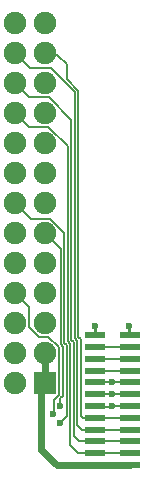
<source format=gbl>
G04*
G04 #@! TF.GenerationSoftware,Altium Limited,Altium Designer,20.2.7 (254)*
G04*
G04 Layer_Physical_Order=2*
G04 Layer_Color=16711680*
%FSLAX44Y44*%
%MOMM*%
G71*
G04*
G04 #@! TF.SameCoordinates,A9EDBE35-11DE-427E-9D3E-92A449E16AAC*
G04*
G04*
G04 #@! TF.FilePolarity,Positive*
G04*
G01*
G75*
%ADD10C,0.1500*%
%ADD11C,0.2000*%
%ADD18C,0.2500*%
%ADD19C,1.9000*%
%ADD20R,1.9000X1.9000*%
%ADD21C,0.6000*%
%ADD22R,1.8000X0.6000*%
%ADD23C,0.6000*%
D10*
X80250Y121000D02*
X109750D01*
X80250Y131000D02*
X109750D01*
X80250Y141000D02*
X109750D01*
X89250Y111000D02*
X89273Y110977D01*
X109727D02*
X109750Y111000D01*
X75250Y91000D02*
X84250D01*
X80250Y111000D02*
X89250D01*
X95102Y110977D02*
X109727D01*
X89273D02*
X95102D01*
X84250Y91000D02*
X84804Y90446D01*
X95196D02*
X95750Y91000D01*
X84804Y90446D02*
X95196D01*
X95750Y91000D02*
X104750D01*
X68250Y82750D02*
X69879Y81121D01*
X68250Y82750D02*
Y147523D01*
X65250Y74750D02*
X69000Y71000D01*
X65250Y74750D02*
Y146280D01*
X43000Y377000D02*
X63250Y356750D01*
Y148280D02*
X65250Y146280D01*
X63250Y148280D02*
Y356750D01*
X41133Y352384D02*
X60250Y333267D01*
X40858Y327259D02*
X57250Y310867D01*
Y145795D02*
Y310867D01*
Y145795D02*
X59250Y143795D01*
Y87583D02*
Y143795D01*
X59250Y87583D02*
X59250Y87583D01*
X59250Y57750D02*
Y87583D01*
Y57750D02*
X66000Y51000D01*
X75250D01*
X69879Y81121D02*
X75129D01*
X75250Y81000D01*
X69000Y71000D02*
X75250D01*
X60250Y147037D02*
Y333267D01*
Y147037D02*
X62250Y145037D01*
Y86340D02*
Y145037D01*
X62250Y86340D02*
X62250Y86340D01*
X62250Y65750D02*
Y86340D01*
Y65750D02*
X67000Y61000D01*
X75250D01*
X24241Y327259D02*
X40858D01*
X12300Y339200D02*
X24241Y327259D01*
X24516Y352384D02*
X41133D01*
X12300Y364600D02*
X24516Y352384D01*
X42567Y249350D02*
X54250Y237667D01*
Y144552D02*
Y237667D01*
X66250Y149523D02*
Y357993D01*
X54250Y144552D02*
X56250Y142552D01*
Y82250D02*
Y142552D01*
X25300Y377000D02*
X43000D01*
X12300Y390000D02*
X25300Y377000D01*
X40762Y149555D02*
X49450Y140867D01*
X32928Y149555D02*
X40762D01*
X24241Y158242D02*
X32928Y149555D01*
X51250Y143309D02*
Y224050D01*
Y143309D02*
X53250Y141310D01*
X66250Y149523D02*
X68250Y147523D01*
X56250Y367993D02*
X66250Y357993D01*
X56250Y367993D02*
Y380750D01*
X48571Y388429D02*
X56250Y380750D01*
X39271Y388429D02*
X48571D01*
X37700Y390000D02*
X39271Y388429D01*
X51000Y77000D02*
X56250Y82250D01*
X51000Y97475D02*
X53250Y99725D01*
Y141310D01*
X45200Y95918D02*
X49450Y100168D01*
Y140867D01*
X51000Y77000D02*
Y77000D01*
Y91000D02*
Y97475D01*
X12300Y186800D02*
X24241Y174859D01*
Y158242D02*
Y174859D01*
X45200Y83686D02*
Y95918D01*
X37700Y237600D02*
X51250Y224050D01*
X12300Y263000D02*
X25950Y249350D01*
X42567D01*
D11*
X75250Y101000D02*
X80250D01*
Y71000D02*
X109750D01*
X80250Y51000D02*
X109750D01*
X104750Y81000D02*
X105000D01*
X80250Y101000D02*
X95000D01*
X80250Y61000D02*
X109750D01*
X95000Y101000D02*
X104750D01*
X84000Y81000D02*
X104750D01*
D18*
X109500Y151250D02*
Y159000D01*
X80000Y151250D02*
X80250Y151000D01*
X80000Y151250D02*
Y159000D01*
D19*
X12300Y390000D02*
D03*
X37700D02*
D03*
Y364600D02*
D03*
X12300D02*
D03*
Y186800D02*
D03*
X37700D02*
D03*
X12300Y161400D02*
D03*
X37700D02*
D03*
X12300Y136000D02*
D03*
X37700D02*
D03*
X12300Y110600D02*
D03*
X37700Y212200D02*
D03*
X12300D02*
D03*
X37700Y237600D02*
D03*
X12300D02*
D03*
X37700Y263000D02*
D03*
X12300D02*
D03*
X37700Y288400D02*
D03*
X12300D02*
D03*
Y313800D02*
D03*
X37700D02*
D03*
Y339200D02*
D03*
X12300D02*
D03*
X37700Y415400D02*
D03*
X12300D02*
D03*
D20*
X37700Y110600D02*
D03*
D21*
X109500Y159000D02*
D03*
X95102Y110977D02*
D03*
X95000Y91000D02*
D03*
Y101000D02*
D03*
X80000Y159000D02*
D03*
X51000Y91000D02*
D03*
Y77000D02*
D03*
X45000Y84000D02*
D03*
D22*
X109750Y41000D02*
D03*
Y51000D02*
D03*
Y61000D02*
D03*
Y71000D02*
D03*
Y81000D02*
D03*
Y91000D02*
D03*
Y101000D02*
D03*
Y111000D02*
D03*
Y121000D02*
D03*
Y131000D02*
D03*
Y141000D02*
D03*
Y151000D02*
D03*
X80250Y41000D02*
D03*
Y51000D02*
D03*
Y61000D02*
D03*
Y71000D02*
D03*
Y81000D02*
D03*
Y91000D02*
D03*
Y101000D02*
D03*
Y111000D02*
D03*
Y121000D02*
D03*
Y131000D02*
D03*
Y141000D02*
D03*
Y151000D02*
D03*
D23*
X109000Y41000D02*
X109000Y41000D01*
X80250Y41000D02*
X104750D01*
X109000D01*
X109000Y41000D02*
X109750D01*
X48000Y41000D02*
X75250D01*
X80250D01*
Y41000D01*
X35000Y107900D02*
X37700Y110600D01*
X35000Y54000D02*
Y107900D01*
Y54000D02*
X48000Y41000D01*
X37700Y110600D02*
Y136000D01*
M02*

</source>
